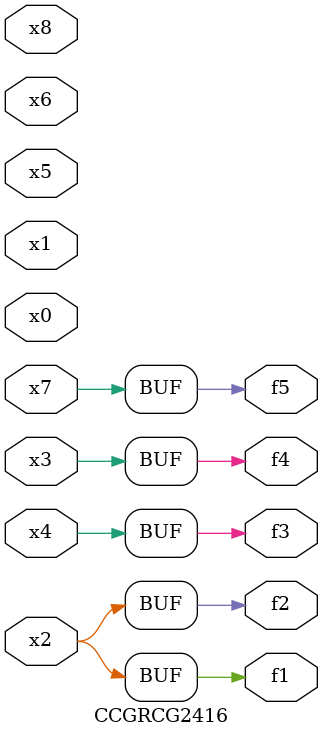
<source format=v>
module CCGRCG2416(
	input x0, x1, x2, x3, x4, x5, x6, x7, x8,
	output f1, f2, f3, f4, f5
);
	assign f1 = x2;
	assign f2 = x2;
	assign f3 = x4;
	assign f4 = x3;
	assign f5 = x7;
endmodule

</source>
